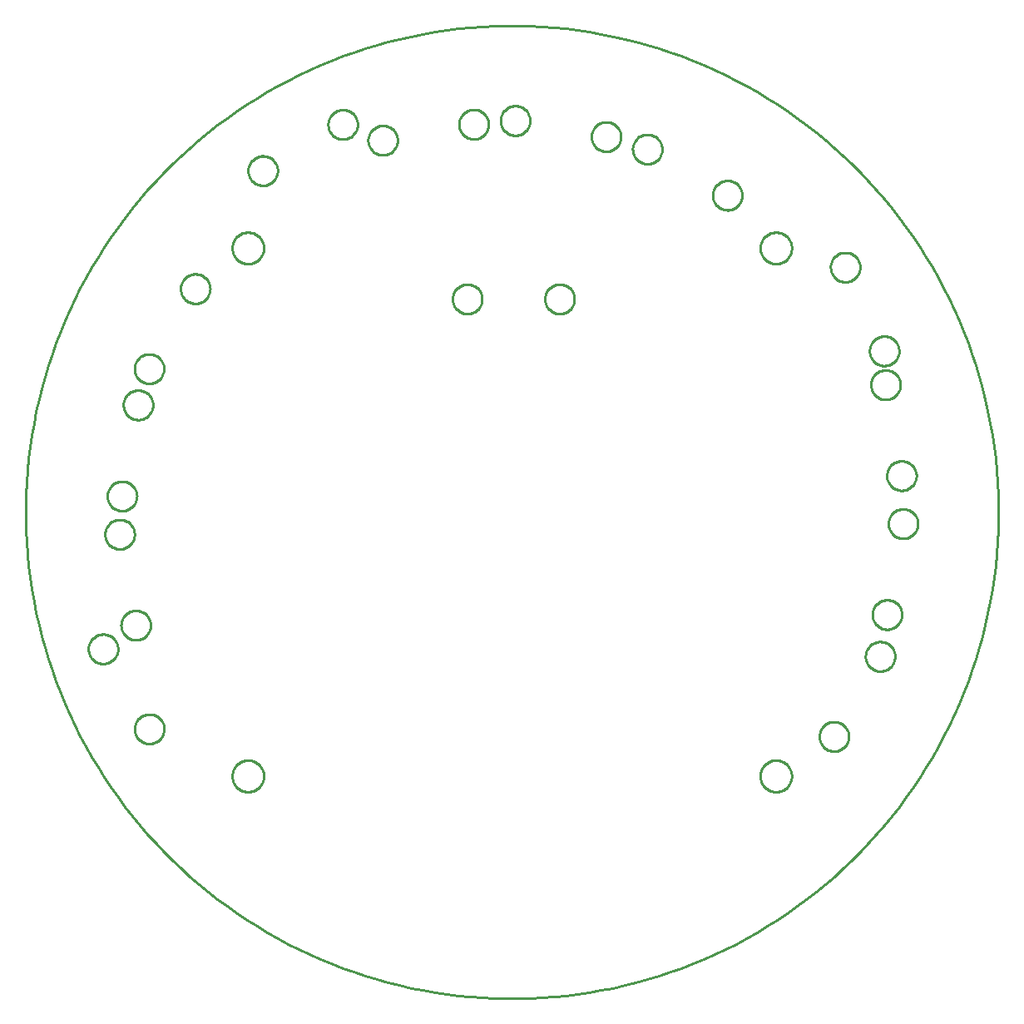
<source format=gbr>
G04 EAGLE Gerber RS-274X export*
G75*
%MOMM*%
%FSLAX34Y34*%
%LPD*%
%IN*%
%IPPOS*%
%AMOC8*
5,1,8,0,0,1.08239X$1,22.5*%
G01*
%ADD10C,0.254000*%


D10*
X495000Y-6075D02*
X495000Y6075D01*
X494702Y18221D01*
X494106Y30356D01*
X493212Y42473D01*
X492021Y54564D01*
X490534Y66622D01*
X488751Y78641D01*
X486674Y90612D01*
X484304Y102528D01*
X481642Y114382D01*
X478689Y126168D01*
X475449Y137878D01*
X471922Y149504D01*
X468111Y161041D01*
X464018Y172480D01*
X459645Y183816D01*
X454996Y195041D01*
X450072Y206148D01*
X444877Y217131D01*
X439415Y227984D01*
X433687Y238699D01*
X427699Y249270D01*
X421453Y259691D01*
X414952Y269956D01*
X408202Y280058D01*
X401207Y289992D01*
X393969Y299751D01*
X386494Y309329D01*
X378786Y318721D01*
X370850Y327921D01*
X362691Y336923D01*
X354313Y345722D01*
X345722Y354313D01*
X336923Y362691D01*
X327921Y370850D01*
X318721Y378786D01*
X309329Y386494D01*
X299751Y393969D01*
X289992Y401207D01*
X280058Y408202D01*
X269956Y414952D01*
X259691Y421453D01*
X249270Y427699D01*
X238699Y433687D01*
X227984Y439415D01*
X217131Y444877D01*
X206148Y450072D01*
X195041Y454996D01*
X183816Y459645D01*
X172480Y464018D01*
X161041Y468111D01*
X149504Y471922D01*
X137878Y475449D01*
X126168Y478689D01*
X114382Y481642D01*
X102528Y484304D01*
X90612Y486674D01*
X78641Y488751D01*
X66622Y490534D01*
X54564Y492021D01*
X42473Y493212D01*
X30356Y494106D01*
X18221Y494702D01*
X6075Y495000D01*
X-6075Y495000D01*
X-18221Y494702D01*
X-30356Y494106D01*
X-42473Y493212D01*
X-54564Y492021D01*
X-66622Y490534D01*
X-78641Y488751D01*
X-90612Y486674D01*
X-102528Y484304D01*
X-114382Y481642D01*
X-126168Y478689D01*
X-137878Y475449D01*
X-149504Y471922D01*
X-161041Y468111D01*
X-172480Y464018D01*
X-183816Y459645D01*
X-195041Y454996D01*
X-206148Y450072D01*
X-217131Y444877D01*
X-227984Y439415D01*
X-238699Y433687D01*
X-249270Y427699D01*
X-259691Y421453D01*
X-269956Y414952D01*
X-280058Y408202D01*
X-289992Y401207D01*
X-299751Y393969D01*
X-309329Y386494D01*
X-318721Y378786D01*
X-327921Y370850D01*
X-336923Y362691D01*
X-345722Y354313D01*
X-354313Y345722D01*
X-362691Y336923D01*
X-370850Y327921D01*
X-378786Y318721D01*
X-386494Y309329D01*
X-393969Y299751D01*
X-401207Y289992D01*
X-408202Y280058D01*
X-414952Y269956D01*
X-421453Y259691D01*
X-427699Y249270D01*
X-433687Y238699D01*
X-439415Y227984D01*
X-444877Y217131D01*
X-450072Y206148D01*
X-454996Y195041D01*
X-459645Y183816D01*
X-464018Y172480D01*
X-468111Y161041D01*
X-471922Y149504D01*
X-475449Y137878D01*
X-478689Y126168D01*
X-481642Y114382D01*
X-484304Y102528D01*
X-486674Y90612D01*
X-488751Y78641D01*
X-490534Y66622D01*
X-492021Y54564D01*
X-493212Y42473D01*
X-494106Y30356D01*
X-494702Y18221D01*
X-495000Y6075D01*
X-495000Y-6075D01*
X-494702Y-18221D01*
X-494106Y-30356D01*
X-493212Y-42473D01*
X-492021Y-54564D01*
X-490534Y-66622D01*
X-488751Y-78641D01*
X-486674Y-90612D01*
X-484304Y-102528D01*
X-481642Y-114382D01*
X-478689Y-126168D01*
X-475449Y-137878D01*
X-471922Y-149504D01*
X-468111Y-161041D01*
X-464018Y-172480D01*
X-459645Y-183816D01*
X-454996Y-195041D01*
X-450072Y-206148D01*
X-444877Y-217131D01*
X-439415Y-227984D01*
X-433687Y-238699D01*
X-427699Y-249270D01*
X-421453Y-259691D01*
X-414952Y-269956D01*
X-408202Y-280058D01*
X-401207Y-289992D01*
X-393969Y-299751D01*
X-386494Y-309329D01*
X-378786Y-318721D01*
X-370850Y-327921D01*
X-362691Y-336923D01*
X-354313Y-345722D01*
X-345722Y-354313D01*
X-336923Y-362691D01*
X-327921Y-370850D01*
X-318721Y-378786D01*
X-309329Y-386494D01*
X-299751Y-393969D01*
X-289992Y-401207D01*
X-280058Y-408202D01*
X-269956Y-414952D01*
X-259691Y-421453D01*
X-249270Y-427699D01*
X-238699Y-433687D01*
X-227984Y-439415D01*
X-217131Y-444877D01*
X-206148Y-450072D01*
X-195041Y-454996D01*
X-183816Y-459645D01*
X-172480Y-464018D01*
X-161041Y-468111D01*
X-149504Y-471922D01*
X-137878Y-475449D01*
X-126168Y-478689D01*
X-114382Y-481642D01*
X-102528Y-484304D01*
X-90612Y-486674D01*
X-78641Y-488751D01*
X-66622Y-490534D01*
X-54564Y-492021D01*
X-42473Y-493212D01*
X-30356Y-494106D01*
X-18221Y-494702D01*
X-6075Y-495000D01*
X6075Y-495000D01*
X18221Y-494702D01*
X30356Y-494106D01*
X42473Y-493212D01*
X54564Y-492021D01*
X66622Y-490534D01*
X78641Y-488751D01*
X90612Y-486674D01*
X102528Y-484304D01*
X114382Y-481642D01*
X126168Y-478689D01*
X137878Y-475449D01*
X149504Y-471922D01*
X161041Y-468111D01*
X172480Y-464018D01*
X183816Y-459645D01*
X195041Y-454996D01*
X206148Y-450072D01*
X217131Y-444877D01*
X227984Y-439415D01*
X238699Y-433687D01*
X249270Y-427699D01*
X259691Y-421453D01*
X269956Y-414952D01*
X280058Y-408202D01*
X289992Y-401207D01*
X299751Y-393969D01*
X309329Y-386494D01*
X318721Y-378786D01*
X327921Y-370850D01*
X336923Y-362691D01*
X345722Y-354313D01*
X354313Y-345722D01*
X362691Y-336923D01*
X370850Y-327921D01*
X378786Y-318721D01*
X386494Y-309329D01*
X393969Y-299751D01*
X401207Y-289992D01*
X408202Y-280058D01*
X414952Y-269956D01*
X421453Y-259691D01*
X427699Y-249270D01*
X433687Y-238699D01*
X439415Y-227984D01*
X444877Y-217131D01*
X450072Y-206148D01*
X454996Y-195041D01*
X459645Y-183816D01*
X464018Y-172480D01*
X468111Y-161041D01*
X471922Y-149504D01*
X475449Y-137878D01*
X478689Y-126168D01*
X481642Y-114382D01*
X484304Y-102528D01*
X486674Y-90612D01*
X488751Y-78641D01*
X490534Y-66622D01*
X492021Y-54564D01*
X493212Y-42473D01*
X494106Y-30356D01*
X494702Y-18221D01*
X495000Y-6075D01*
X284600Y-269224D02*
X284532Y-270269D01*
X284395Y-271308D01*
X284190Y-272335D01*
X283919Y-273347D01*
X283583Y-274339D01*
X283182Y-275307D01*
X282718Y-276246D01*
X282195Y-277154D01*
X281613Y-278025D01*
X280975Y-278856D01*
X280284Y-279643D01*
X279543Y-280384D01*
X278756Y-281075D01*
X277925Y-281713D01*
X277054Y-282295D01*
X276146Y-282818D01*
X275207Y-283282D01*
X274239Y-283683D01*
X273247Y-284019D01*
X272235Y-284290D01*
X271208Y-284495D01*
X270169Y-284632D01*
X269124Y-284700D01*
X268076Y-284700D01*
X267031Y-284632D01*
X265992Y-284495D01*
X264965Y-284290D01*
X263953Y-284019D01*
X262961Y-283683D01*
X261993Y-283282D01*
X261054Y-282818D01*
X260146Y-282295D01*
X259275Y-281713D01*
X258444Y-281075D01*
X257657Y-280384D01*
X256916Y-279643D01*
X256225Y-278856D01*
X255588Y-278025D01*
X255006Y-277154D01*
X254482Y-276246D01*
X254018Y-275307D01*
X253617Y-274339D01*
X253281Y-273347D01*
X253010Y-272335D01*
X252805Y-271308D01*
X252669Y-270269D01*
X252600Y-269224D01*
X252600Y-268176D01*
X252669Y-267131D01*
X252805Y-266092D01*
X253010Y-265065D01*
X253281Y-264053D01*
X253617Y-263061D01*
X254018Y-262093D01*
X254482Y-261154D01*
X255006Y-260246D01*
X255588Y-259375D01*
X256225Y-258544D01*
X256916Y-257757D01*
X257657Y-257016D01*
X258444Y-256325D01*
X259275Y-255688D01*
X260146Y-255106D01*
X261054Y-254582D01*
X261993Y-254118D01*
X262961Y-253717D01*
X263953Y-253381D01*
X264965Y-253110D01*
X265992Y-252905D01*
X267031Y-252769D01*
X268076Y-252700D01*
X269124Y-252700D01*
X270169Y-252769D01*
X271208Y-252905D01*
X272235Y-253110D01*
X273247Y-253381D01*
X274239Y-253717D01*
X275207Y-254118D01*
X276146Y-254582D01*
X277054Y-255106D01*
X277925Y-255688D01*
X278756Y-256325D01*
X279543Y-257016D01*
X280284Y-257757D01*
X280975Y-258544D01*
X281613Y-259375D01*
X282195Y-260246D01*
X282718Y-261154D01*
X283182Y-262093D01*
X283583Y-263061D01*
X283919Y-264053D01*
X284190Y-265065D01*
X284395Y-266092D01*
X284532Y-267131D01*
X284600Y-268176D01*
X284600Y-269224D01*
X-252700Y268176D02*
X-252769Y267131D01*
X-252905Y266092D01*
X-253110Y265065D01*
X-253381Y264053D01*
X-253717Y263061D01*
X-254118Y262093D01*
X-254582Y261154D01*
X-255106Y260246D01*
X-255688Y259375D01*
X-256325Y258544D01*
X-257016Y257757D01*
X-257757Y257016D01*
X-258544Y256325D01*
X-259375Y255688D01*
X-260246Y255106D01*
X-261154Y254582D01*
X-262093Y254118D01*
X-263061Y253717D01*
X-264053Y253381D01*
X-265065Y253110D01*
X-266092Y252905D01*
X-267131Y252769D01*
X-268176Y252700D01*
X-269224Y252700D01*
X-270269Y252769D01*
X-271308Y252905D01*
X-272335Y253110D01*
X-273347Y253381D01*
X-274339Y253717D01*
X-275307Y254118D01*
X-276246Y254582D01*
X-277154Y255106D01*
X-278025Y255688D01*
X-278856Y256325D01*
X-279643Y257016D01*
X-280384Y257757D01*
X-281075Y258544D01*
X-281713Y259375D01*
X-282295Y260246D01*
X-282818Y261154D01*
X-283282Y262093D01*
X-283683Y263061D01*
X-284019Y264053D01*
X-284290Y265065D01*
X-284495Y266092D01*
X-284632Y267131D01*
X-284700Y268176D01*
X-284700Y269224D01*
X-284632Y270269D01*
X-284495Y271308D01*
X-284290Y272335D01*
X-284019Y273347D01*
X-283683Y274339D01*
X-283282Y275307D01*
X-282818Y276246D01*
X-282295Y277154D01*
X-281713Y278025D01*
X-281075Y278856D01*
X-280384Y279643D01*
X-279643Y280384D01*
X-278856Y281075D01*
X-278025Y281713D01*
X-277154Y282295D01*
X-276246Y282818D01*
X-275307Y283282D01*
X-274339Y283683D01*
X-273347Y284019D01*
X-272335Y284290D01*
X-271308Y284495D01*
X-270269Y284632D01*
X-269224Y284700D01*
X-268176Y284700D01*
X-267131Y284632D01*
X-266092Y284495D01*
X-265065Y284290D01*
X-264053Y284019D01*
X-263061Y283683D01*
X-262093Y283282D01*
X-261154Y282818D01*
X-260246Y282295D01*
X-259375Y281713D01*
X-258544Y281075D01*
X-257757Y280384D01*
X-257016Y279643D01*
X-256325Y278856D01*
X-255688Y278025D01*
X-255106Y277154D01*
X-254582Y276246D01*
X-254118Y275307D01*
X-253717Y274339D01*
X-253381Y273347D01*
X-253110Y272335D01*
X-252905Y271308D01*
X-252769Y270269D01*
X-252700Y269224D01*
X-252700Y268176D01*
X-252700Y-269224D02*
X-252769Y-270269D01*
X-252905Y-271308D01*
X-253110Y-272335D01*
X-253381Y-273347D01*
X-253717Y-274339D01*
X-254118Y-275307D01*
X-254582Y-276246D01*
X-255106Y-277154D01*
X-255688Y-278025D01*
X-256325Y-278856D01*
X-257016Y-279643D01*
X-257757Y-280384D01*
X-258544Y-281075D01*
X-259375Y-281713D01*
X-260246Y-282295D01*
X-261154Y-282818D01*
X-262093Y-283282D01*
X-263061Y-283683D01*
X-264053Y-284019D01*
X-265065Y-284290D01*
X-266092Y-284495D01*
X-267131Y-284632D01*
X-268176Y-284700D01*
X-269224Y-284700D01*
X-270269Y-284632D01*
X-271308Y-284495D01*
X-272335Y-284290D01*
X-273347Y-284019D01*
X-274339Y-283683D01*
X-275307Y-283282D01*
X-276246Y-282818D01*
X-277154Y-282295D01*
X-278025Y-281713D01*
X-278856Y-281075D01*
X-279643Y-280384D01*
X-280384Y-279643D01*
X-281075Y-278856D01*
X-281713Y-278025D01*
X-282295Y-277154D01*
X-282818Y-276246D01*
X-283282Y-275307D01*
X-283683Y-274339D01*
X-284019Y-273347D01*
X-284290Y-272335D01*
X-284495Y-271308D01*
X-284632Y-270269D01*
X-284700Y-269224D01*
X-284700Y-268176D01*
X-284632Y-267131D01*
X-284495Y-266092D01*
X-284290Y-265065D01*
X-284019Y-264053D01*
X-283683Y-263061D01*
X-283282Y-262093D01*
X-282818Y-261154D01*
X-282295Y-260246D01*
X-281713Y-259375D01*
X-281075Y-258544D01*
X-280384Y-257757D01*
X-279643Y-257016D01*
X-278856Y-256325D01*
X-278025Y-255688D01*
X-277154Y-255106D01*
X-276246Y-254582D01*
X-275307Y-254118D01*
X-274339Y-253717D01*
X-273347Y-253381D01*
X-272335Y-253110D01*
X-271308Y-252905D01*
X-270269Y-252769D01*
X-269224Y-252700D01*
X-268176Y-252700D01*
X-267131Y-252769D01*
X-266092Y-252905D01*
X-265065Y-253110D01*
X-264053Y-253381D01*
X-263061Y-253717D01*
X-262093Y-254118D01*
X-261154Y-254582D01*
X-260246Y-255106D01*
X-259375Y-255688D01*
X-258544Y-256325D01*
X-257757Y-257016D01*
X-257016Y-257757D01*
X-256325Y-258544D01*
X-255688Y-259375D01*
X-255106Y-260246D01*
X-254582Y-261154D01*
X-254118Y-262093D01*
X-253717Y-263061D01*
X-253381Y-264053D01*
X-253110Y-265065D01*
X-252905Y-266092D01*
X-252769Y-267131D01*
X-252700Y-268176D01*
X-252700Y-269224D01*
X284700Y268176D02*
X284632Y267131D01*
X284495Y266092D01*
X284290Y265065D01*
X284019Y264053D01*
X283683Y263061D01*
X283282Y262093D01*
X282818Y261154D01*
X282295Y260246D01*
X281713Y259375D01*
X281075Y258544D01*
X280384Y257757D01*
X279643Y257016D01*
X278856Y256325D01*
X278025Y255688D01*
X277154Y255106D01*
X276246Y254582D01*
X275307Y254118D01*
X274339Y253717D01*
X273347Y253381D01*
X272335Y253110D01*
X271308Y252905D01*
X270269Y252769D01*
X269224Y252700D01*
X268176Y252700D01*
X267131Y252769D01*
X266092Y252905D01*
X265065Y253110D01*
X264053Y253381D01*
X263061Y253717D01*
X262093Y254118D01*
X261154Y254582D01*
X260246Y255106D01*
X259375Y255688D01*
X258544Y256325D01*
X257757Y257016D01*
X257016Y257757D01*
X256325Y258544D01*
X255688Y259375D01*
X255106Y260246D01*
X254582Y261154D01*
X254118Y262093D01*
X253717Y263061D01*
X253381Y264053D01*
X253110Y265065D01*
X252905Y266092D01*
X252769Y267131D01*
X252700Y268176D01*
X252700Y269224D01*
X252769Y270269D01*
X252905Y271308D01*
X253110Y272335D01*
X253381Y273347D01*
X253717Y274339D01*
X254118Y275307D01*
X254582Y276246D01*
X255106Y277154D01*
X255688Y278025D01*
X256325Y278856D01*
X257016Y279643D01*
X257757Y280384D01*
X258544Y281075D01*
X259375Y281713D01*
X260246Y282295D01*
X261154Y282818D01*
X262093Y283282D01*
X263061Y283683D01*
X264053Y284019D01*
X265065Y284290D01*
X266092Y284495D01*
X267131Y284632D01*
X268176Y284700D01*
X269224Y284700D01*
X270269Y284632D01*
X271308Y284495D01*
X272335Y284290D01*
X273347Y284019D01*
X274339Y283683D01*
X275307Y283282D01*
X276246Y282818D01*
X277154Y282295D01*
X278025Y281713D01*
X278856Y281075D01*
X279643Y280384D01*
X280384Y279643D01*
X281075Y278856D01*
X281713Y278025D01*
X282295Y277154D01*
X282818Y276246D01*
X283282Y275307D01*
X283683Y274339D01*
X284019Y273347D01*
X284290Y272335D01*
X284495Y271308D01*
X284632Y270269D01*
X284700Y269224D01*
X284700Y268176D01*
X63488Y217382D02*
X63411Y218450D01*
X63259Y219511D01*
X63031Y220558D01*
X62729Y221586D01*
X62355Y222590D01*
X61909Y223565D01*
X61396Y224505D01*
X60817Y225406D01*
X60175Y226264D01*
X59473Y227074D01*
X58715Y227831D01*
X57906Y228533D01*
X57048Y229175D01*
X56146Y229754D01*
X55206Y230268D01*
X54231Y230713D01*
X53228Y231087D01*
X52199Y231389D01*
X51153Y231617D01*
X50092Y231770D01*
X49023Y231846D01*
X47952Y231846D01*
X46883Y231770D01*
X45823Y231617D01*
X44776Y231389D01*
X43748Y231087D01*
X42744Y230713D01*
X41769Y230268D01*
X40829Y229754D01*
X39927Y229175D01*
X39069Y228533D01*
X38260Y227831D01*
X37502Y227074D01*
X36800Y226264D01*
X36158Y225406D01*
X35579Y224505D01*
X35066Y223565D01*
X34620Y222590D01*
X34246Y221586D01*
X33944Y220558D01*
X33716Y219511D01*
X33564Y218450D01*
X33488Y217382D01*
X33488Y216310D01*
X33564Y215242D01*
X33716Y214181D01*
X33944Y213134D01*
X34246Y212106D01*
X34620Y211102D01*
X35066Y210127D01*
X35579Y209187D01*
X36158Y208286D01*
X36800Y207428D01*
X37502Y206618D01*
X38260Y205861D01*
X39069Y205159D01*
X39927Y204517D01*
X40829Y203938D01*
X41769Y203424D01*
X42744Y202979D01*
X43748Y202605D01*
X44776Y202303D01*
X45823Y202075D01*
X46883Y201922D01*
X47952Y201846D01*
X49023Y201846D01*
X50092Y201922D01*
X51153Y202075D01*
X52199Y202303D01*
X53228Y202605D01*
X54231Y202979D01*
X55206Y203424D01*
X56146Y203938D01*
X57048Y204517D01*
X57906Y205159D01*
X58715Y205861D01*
X59473Y206618D01*
X60175Y207428D01*
X60817Y208286D01*
X61396Y209187D01*
X61909Y210127D01*
X62355Y211102D01*
X62729Y212106D01*
X63031Y213134D01*
X63259Y214181D01*
X63411Y215242D01*
X63488Y216310D01*
X63488Y217382D01*
X-30513Y217382D02*
X-30589Y218450D01*
X-30741Y219511D01*
X-30969Y220558D01*
X-31271Y221586D01*
X-31645Y222590D01*
X-32091Y223565D01*
X-32604Y224505D01*
X-33183Y225406D01*
X-33825Y226264D01*
X-34527Y227074D01*
X-35285Y227831D01*
X-36094Y228533D01*
X-36952Y229175D01*
X-37854Y229754D01*
X-38794Y230268D01*
X-39769Y230713D01*
X-40773Y231087D01*
X-41801Y231389D01*
X-42848Y231617D01*
X-43908Y231770D01*
X-44977Y231846D01*
X-46048Y231846D01*
X-47117Y231770D01*
X-48178Y231617D01*
X-49224Y231389D01*
X-50253Y231087D01*
X-51256Y230713D01*
X-52231Y230268D01*
X-53171Y229754D01*
X-54073Y229175D01*
X-54931Y228533D01*
X-55740Y227831D01*
X-56498Y227074D01*
X-57200Y226264D01*
X-57842Y225406D01*
X-58421Y224505D01*
X-58934Y223565D01*
X-59380Y222590D01*
X-59754Y221586D01*
X-60056Y220558D01*
X-60284Y219511D01*
X-60436Y218450D01*
X-60513Y217382D01*
X-60513Y216310D01*
X-60436Y215242D01*
X-60284Y214181D01*
X-60056Y213134D01*
X-59754Y212106D01*
X-59380Y211102D01*
X-58934Y210127D01*
X-58421Y209187D01*
X-57842Y208286D01*
X-57200Y207428D01*
X-56498Y206618D01*
X-55740Y205861D01*
X-54931Y205159D01*
X-54073Y204517D01*
X-53171Y203938D01*
X-52231Y203424D01*
X-51256Y202979D01*
X-50253Y202605D01*
X-49224Y202303D01*
X-48178Y202075D01*
X-47117Y201922D01*
X-46048Y201846D01*
X-44977Y201846D01*
X-43908Y201922D01*
X-42848Y202075D01*
X-41801Y202303D01*
X-40773Y202605D01*
X-39769Y202979D01*
X-38794Y203424D01*
X-37854Y203938D01*
X-36952Y204517D01*
X-36094Y205159D01*
X-35285Y205861D01*
X-34527Y206618D01*
X-33825Y207428D01*
X-33183Y208286D01*
X-32604Y209187D01*
X-32091Y210127D01*
X-31645Y211102D01*
X-31271Y212106D01*
X-30969Y213134D01*
X-30741Y214181D01*
X-30589Y215242D01*
X-30513Y216310D01*
X-30513Y217382D01*
X382732Y-134264D02*
X383619Y-134865D01*
X384462Y-135527D01*
X385254Y-136248D01*
X385994Y-137023D01*
X386676Y-137850D01*
X387297Y-138722D01*
X387855Y-139637D01*
X388346Y-140590D01*
X388768Y-141575D01*
X389118Y-142587D01*
X389396Y-143622D01*
X389598Y-144674D01*
X389726Y-145738D01*
X389777Y-146808D01*
X389751Y-147879D01*
X389649Y-148946D01*
X389471Y-150003D01*
X389219Y-151044D01*
X388893Y-152064D01*
X388494Y-153059D01*
X388026Y-154023D01*
X387491Y-154951D01*
X386890Y-155838D01*
X386228Y-156680D01*
X385507Y-157473D01*
X384731Y-158213D01*
X383905Y-158895D01*
X383032Y-159516D01*
X382118Y-160074D01*
X381165Y-160565D01*
X380180Y-160987D01*
X379168Y-161337D01*
X378133Y-161614D01*
X377081Y-161817D01*
X376017Y-161944D01*
X374947Y-161995D01*
X373875Y-161970D01*
X372809Y-161868D01*
X371752Y-161690D01*
X370711Y-161438D01*
X369690Y-161111D01*
X368696Y-160713D01*
X367732Y-160245D01*
X366804Y-159709D01*
X365917Y-159109D01*
X365075Y-158446D01*
X364282Y-157726D01*
X363542Y-156950D01*
X362860Y-156124D01*
X362239Y-155251D01*
X361681Y-154336D01*
X361190Y-153384D01*
X360768Y-152399D01*
X360418Y-151387D01*
X360140Y-150352D01*
X359938Y-149300D01*
X359811Y-148236D01*
X359760Y-147165D01*
X359785Y-146094D01*
X359887Y-145028D01*
X360065Y-143971D01*
X360317Y-142930D01*
X360643Y-141909D01*
X361042Y-140915D01*
X361510Y-139951D01*
X362045Y-139023D01*
X362646Y-138136D01*
X363308Y-137293D01*
X364029Y-136500D01*
X364805Y-135761D01*
X365631Y-135079D01*
X366504Y-134457D01*
X367418Y-133900D01*
X368371Y-133409D01*
X369356Y-132987D01*
X370368Y-132637D01*
X371403Y-132359D01*
X372455Y-132156D01*
X373519Y-132029D01*
X374589Y-131978D01*
X375661Y-132004D01*
X376727Y-132106D01*
X377784Y-132283D01*
X378825Y-132536D01*
X379846Y-132862D01*
X380840Y-133260D01*
X381804Y-133729D01*
X382732Y-134264D01*
X335732Y-215671D02*
X336619Y-216271D01*
X337462Y-216934D01*
X338254Y-217654D01*
X338994Y-218430D01*
X339676Y-219256D01*
X340297Y-220129D01*
X340855Y-221044D01*
X341346Y-221996D01*
X341768Y-222981D01*
X342118Y-223993D01*
X342396Y-225028D01*
X342598Y-226080D01*
X342726Y-227144D01*
X342777Y-228215D01*
X342751Y-229286D01*
X342649Y-230352D01*
X342471Y-231409D01*
X342219Y-232450D01*
X341893Y-233471D01*
X341494Y-234465D01*
X341026Y-235429D01*
X340491Y-236357D01*
X339890Y-237244D01*
X339228Y-238087D01*
X338507Y-238880D01*
X337731Y-239619D01*
X336905Y-240301D01*
X336032Y-240923D01*
X335118Y-241480D01*
X334165Y-241971D01*
X333180Y-242393D01*
X332168Y-242743D01*
X331133Y-243021D01*
X330081Y-243224D01*
X329017Y-243351D01*
X327947Y-243402D01*
X326875Y-243376D01*
X325809Y-243274D01*
X324752Y-243097D01*
X323711Y-242844D01*
X322690Y-242518D01*
X321696Y-242120D01*
X320732Y-241651D01*
X319804Y-241116D01*
X318917Y-240515D01*
X318075Y-239853D01*
X317282Y-239132D01*
X316542Y-238357D01*
X315860Y-237530D01*
X315239Y-236658D01*
X314681Y-235743D01*
X314190Y-234790D01*
X313768Y-233805D01*
X313418Y-232793D01*
X313140Y-231758D01*
X312938Y-230706D01*
X312811Y-229642D01*
X312760Y-228572D01*
X312785Y-227501D01*
X312887Y-226434D01*
X313065Y-225377D01*
X313317Y-224336D01*
X313643Y-223316D01*
X314042Y-222321D01*
X314510Y-221357D01*
X315045Y-220429D01*
X315646Y-219542D01*
X316308Y-218700D01*
X317029Y-217907D01*
X317805Y-217167D01*
X318631Y-216485D01*
X319504Y-215864D01*
X320418Y-215306D01*
X321371Y-214815D01*
X322356Y-214393D01*
X323368Y-214043D01*
X324403Y-213766D01*
X325455Y-213563D01*
X326519Y-213436D01*
X327589Y-213385D01*
X328661Y-213410D01*
X329727Y-213512D01*
X330784Y-213690D01*
X331825Y-213942D01*
X332846Y-214269D01*
X333840Y-214667D01*
X334804Y-215135D01*
X335732Y-215671D01*
X401282Y2812D02*
X402321Y2551D01*
X403339Y2216D01*
X404330Y1810D01*
X405290Y1335D01*
X406214Y791D01*
X407097Y184D01*
X407933Y-485D01*
X408721Y-1212D01*
X409454Y-1993D01*
X410129Y-2825D01*
X410744Y-3703D01*
X411294Y-4622D01*
X411778Y-5578D01*
X412192Y-6566D01*
X412534Y-7582D01*
X412803Y-8619D01*
X412998Y-9673D01*
X413116Y-10737D01*
X413159Y-11808D01*
X413125Y-12879D01*
X413015Y-13945D01*
X412828Y-15000D01*
X412568Y-16039D01*
X412233Y-17057D01*
X411827Y-18048D01*
X411351Y-19008D01*
X410808Y-19932D01*
X410201Y-20815D01*
X409532Y-21652D01*
X408805Y-22439D01*
X408023Y-23172D01*
X407192Y-23847D01*
X406314Y-24462D01*
X405395Y-25012D01*
X404439Y-25496D01*
X403450Y-25910D01*
X402435Y-26252D01*
X401398Y-26521D01*
X400344Y-26716D01*
X399280Y-26834D01*
X398209Y-26877D01*
X397138Y-26843D01*
X396072Y-26733D01*
X395017Y-26547D01*
X393978Y-26286D01*
X392960Y-25951D01*
X391968Y-25545D01*
X391008Y-25070D01*
X390085Y-24526D01*
X389202Y-23919D01*
X388365Y-23250D01*
X387578Y-22523D01*
X386845Y-21742D01*
X386169Y-20910D01*
X385555Y-20032D01*
X385004Y-19113D01*
X384521Y-18157D01*
X384107Y-17169D01*
X383765Y-16153D01*
X383496Y-15116D01*
X383301Y-14062D01*
X383182Y-12998D01*
X383140Y-11927D01*
X383174Y-10856D01*
X383284Y-9790D01*
X383470Y-8735D01*
X383731Y-7696D01*
X384065Y-6678D01*
X384472Y-5686D01*
X384947Y-4726D01*
X385490Y-3803D01*
X386098Y-2920D01*
X386767Y-2083D01*
X387494Y-1296D01*
X388275Y-563D01*
X389107Y113D01*
X389985Y727D01*
X390904Y1277D01*
X391860Y1761D01*
X392848Y2175D01*
X393864Y2517D01*
X394901Y2786D01*
X395954Y2981D01*
X397019Y3099D01*
X398090Y3142D01*
X399161Y3108D01*
X400227Y2998D01*
X401282Y2812D01*
X384959Y-89760D02*
X385998Y-90021D01*
X387016Y-90356D01*
X388007Y-90762D01*
X388967Y-91237D01*
X389891Y-91780D01*
X390774Y-92388D01*
X391611Y-93057D01*
X392398Y-93784D01*
X393131Y-94565D01*
X393806Y-95397D01*
X394421Y-96275D01*
X394971Y-97194D01*
X395455Y-98150D01*
X395869Y-99138D01*
X396211Y-100154D01*
X396480Y-101191D01*
X396675Y-102244D01*
X396793Y-103309D01*
X396836Y-104380D01*
X396802Y-105451D01*
X396692Y-106517D01*
X396506Y-107572D01*
X396245Y-108611D01*
X395910Y-109629D01*
X395504Y-110620D01*
X395028Y-111580D01*
X394485Y-112504D01*
X393878Y-113387D01*
X393209Y-114224D01*
X392482Y-115011D01*
X391701Y-115744D01*
X390869Y-116419D01*
X389991Y-117034D01*
X389072Y-117584D01*
X388116Y-118068D01*
X387127Y-118482D01*
X386112Y-118824D01*
X385075Y-119093D01*
X384021Y-119288D01*
X382957Y-119406D01*
X381886Y-119449D01*
X380815Y-119415D01*
X379749Y-119305D01*
X378694Y-119119D01*
X377655Y-118858D01*
X376637Y-118523D01*
X375645Y-118117D01*
X374685Y-117641D01*
X373762Y-117098D01*
X372879Y-116491D01*
X372042Y-115822D01*
X371255Y-115095D01*
X370522Y-114314D01*
X369846Y-113482D01*
X369232Y-112604D01*
X368682Y-111685D01*
X368198Y-110729D01*
X367784Y-109740D01*
X367442Y-108725D01*
X367173Y-107688D01*
X366978Y-106634D01*
X366859Y-105570D01*
X366817Y-104499D01*
X366851Y-103428D01*
X366961Y-102362D01*
X367147Y-101307D01*
X367408Y-100268D01*
X367743Y-99250D01*
X368149Y-98258D01*
X368624Y-97298D01*
X369167Y-96375D01*
X369775Y-95492D01*
X370444Y-94655D01*
X371171Y-93868D01*
X371952Y-93135D01*
X372784Y-92459D01*
X373662Y-91845D01*
X374581Y-91294D01*
X375537Y-90811D01*
X376525Y-90397D01*
X377541Y-90055D01*
X378578Y-89786D01*
X379631Y-89591D01*
X380696Y-89472D01*
X381767Y-89430D01*
X382838Y-89464D01*
X383904Y-89574D01*
X384959Y-89760D01*
X378159Y144395D02*
X379225Y144505D01*
X380296Y144539D01*
X381367Y144496D01*
X382431Y144378D01*
X383485Y144183D01*
X384522Y143914D01*
X385537Y143572D01*
X386526Y143158D01*
X387482Y142674D01*
X388401Y142124D01*
X389279Y141509D01*
X390111Y140834D01*
X390892Y140101D01*
X391619Y139314D01*
X392288Y138477D01*
X392895Y137594D01*
X393438Y136670D01*
X393914Y135710D01*
X394320Y134719D01*
X394655Y133701D01*
X394916Y132662D01*
X395102Y131607D01*
X395212Y130541D01*
X395246Y129470D01*
X395203Y128399D01*
X395085Y127334D01*
X394890Y126281D01*
X394621Y125244D01*
X394279Y124228D01*
X393865Y123240D01*
X393381Y122284D01*
X392831Y121365D01*
X392216Y120487D01*
X391541Y119655D01*
X390808Y118874D01*
X390021Y118147D01*
X389184Y117478D01*
X388301Y116870D01*
X387377Y116327D01*
X386417Y115852D01*
X385426Y115446D01*
X384408Y115111D01*
X383369Y114850D01*
X382314Y114664D01*
X381248Y114554D01*
X380177Y114520D01*
X379106Y114562D01*
X378041Y114681D01*
X376988Y114876D01*
X375951Y115145D01*
X374935Y115487D01*
X373947Y115901D01*
X372991Y116384D01*
X372072Y116935D01*
X371194Y117549D01*
X370362Y118225D01*
X369581Y118958D01*
X368854Y119745D01*
X368185Y120582D01*
X367577Y121465D01*
X367034Y122388D01*
X366559Y123348D01*
X366153Y124340D01*
X365818Y125358D01*
X365557Y126397D01*
X365371Y127452D01*
X365261Y128518D01*
X365227Y129589D01*
X365269Y130660D01*
X365388Y131724D01*
X365583Y132778D01*
X365852Y133815D01*
X366194Y134830D01*
X366608Y135819D01*
X367092Y136775D01*
X367642Y137694D01*
X368256Y138572D01*
X368932Y139404D01*
X369665Y140185D01*
X370452Y140912D01*
X371289Y141581D01*
X372172Y142188D01*
X373095Y142731D01*
X374055Y143207D01*
X375047Y143613D01*
X376065Y143948D01*
X377104Y144209D01*
X378159Y144395D01*
X394482Y51823D02*
X395548Y51933D01*
X396619Y51967D01*
X397690Y51924D01*
X398754Y51806D01*
X399808Y51611D01*
X400845Y51342D01*
X401860Y51000D01*
X402849Y50586D01*
X403805Y50102D01*
X404724Y49552D01*
X405602Y48937D01*
X406433Y48262D01*
X407215Y47529D01*
X407942Y46742D01*
X408611Y45905D01*
X409218Y45022D01*
X409761Y44098D01*
X410237Y43138D01*
X410643Y42147D01*
X410978Y41129D01*
X411238Y40090D01*
X411425Y39035D01*
X411535Y37969D01*
X411569Y36898D01*
X411526Y35827D01*
X411408Y34763D01*
X411213Y33709D01*
X410944Y32672D01*
X410602Y31656D01*
X410188Y30668D01*
X409704Y29712D01*
X409154Y28793D01*
X408539Y27915D01*
X407864Y27083D01*
X407131Y26302D01*
X406343Y25575D01*
X405507Y24906D01*
X404624Y24299D01*
X403700Y23755D01*
X402740Y23280D01*
X401749Y22874D01*
X400731Y22539D01*
X399692Y22278D01*
X398637Y22092D01*
X397571Y21982D01*
X396500Y21948D01*
X395429Y21991D01*
X394364Y22109D01*
X393311Y22304D01*
X392274Y22573D01*
X391258Y22915D01*
X390270Y23329D01*
X389314Y23813D01*
X388395Y24363D01*
X387517Y24977D01*
X386685Y25653D01*
X385904Y26386D01*
X385177Y27173D01*
X384508Y28010D01*
X383900Y28893D01*
X383357Y29816D01*
X382882Y30776D01*
X382475Y31768D01*
X382141Y32786D01*
X381880Y33825D01*
X381694Y34880D01*
X381584Y35946D01*
X381550Y37017D01*
X381592Y38088D01*
X381711Y39152D01*
X381906Y40206D01*
X382175Y41243D01*
X382517Y42259D01*
X382931Y43247D01*
X383414Y44203D01*
X383965Y45122D01*
X384579Y46000D01*
X385255Y46832D01*
X385988Y47613D01*
X386775Y48340D01*
X387612Y49009D01*
X388495Y49616D01*
X389418Y50160D01*
X390378Y50635D01*
X391370Y51041D01*
X392388Y51376D01*
X393427Y51637D01*
X394482Y51823D01*
X125054Y377332D02*
X125655Y378219D01*
X126317Y379062D01*
X127038Y379854D01*
X127813Y380594D01*
X128640Y381276D01*
X129512Y381897D01*
X130427Y382455D01*
X131380Y382946D01*
X132365Y383368D01*
X133377Y383718D01*
X134412Y383996D01*
X135464Y384198D01*
X136528Y384326D01*
X137598Y384377D01*
X138669Y384351D01*
X139736Y384249D01*
X140793Y384071D01*
X141834Y383819D01*
X142854Y383493D01*
X143849Y383094D01*
X144813Y382626D01*
X145741Y382091D01*
X146628Y381490D01*
X147470Y380828D01*
X148263Y380107D01*
X149003Y379331D01*
X149685Y378505D01*
X150306Y377632D01*
X150864Y376718D01*
X151355Y375765D01*
X151777Y374780D01*
X152127Y373768D01*
X152404Y372733D01*
X152607Y371681D01*
X152734Y370617D01*
X152785Y369547D01*
X152760Y368475D01*
X152658Y367409D01*
X152480Y366352D01*
X152228Y365311D01*
X151901Y364290D01*
X151503Y363296D01*
X151035Y362332D01*
X150499Y361404D01*
X149899Y360517D01*
X149236Y359675D01*
X148516Y358882D01*
X147740Y358142D01*
X146914Y357460D01*
X146041Y356839D01*
X145126Y356281D01*
X144174Y355790D01*
X143189Y355368D01*
X142177Y355018D01*
X141142Y354740D01*
X140090Y354538D01*
X139026Y354411D01*
X137955Y354360D01*
X136884Y354385D01*
X135818Y354487D01*
X134761Y354665D01*
X133720Y354917D01*
X132699Y355243D01*
X131705Y355642D01*
X130741Y356110D01*
X129813Y356645D01*
X128926Y357246D01*
X128083Y357908D01*
X127290Y358629D01*
X126551Y359405D01*
X125869Y360231D01*
X125247Y361104D01*
X124690Y362018D01*
X124199Y362971D01*
X123777Y363956D01*
X123427Y364968D01*
X123149Y366003D01*
X122946Y367055D01*
X122819Y368119D01*
X122768Y369189D01*
X122794Y370261D01*
X122896Y371327D01*
X123073Y372384D01*
X123326Y373425D01*
X123652Y374446D01*
X124050Y375440D01*
X124519Y376404D01*
X125054Y377332D01*
X206461Y330332D02*
X207061Y331219D01*
X207724Y332062D01*
X208444Y332854D01*
X209220Y333594D01*
X210046Y334276D01*
X210919Y334897D01*
X211834Y335455D01*
X212786Y335946D01*
X213771Y336368D01*
X214783Y336718D01*
X215818Y336996D01*
X216870Y337198D01*
X217934Y337326D01*
X219005Y337377D01*
X220076Y337351D01*
X221142Y337249D01*
X222199Y337071D01*
X223240Y336819D01*
X224261Y336493D01*
X225255Y336094D01*
X226219Y335626D01*
X227147Y335091D01*
X228034Y334490D01*
X228877Y333828D01*
X229670Y333107D01*
X230409Y332331D01*
X231091Y331505D01*
X231713Y330632D01*
X232270Y329718D01*
X232761Y328765D01*
X233183Y327780D01*
X233533Y326768D01*
X233811Y325733D01*
X234014Y324681D01*
X234141Y323617D01*
X234192Y322547D01*
X234166Y321475D01*
X234064Y320409D01*
X233887Y319352D01*
X233634Y318311D01*
X233308Y317290D01*
X232910Y316296D01*
X232441Y315332D01*
X231906Y314404D01*
X231305Y313517D01*
X230643Y312675D01*
X229922Y311882D01*
X229147Y311142D01*
X228320Y310460D01*
X227448Y309839D01*
X226533Y309281D01*
X225580Y308790D01*
X224595Y308368D01*
X223583Y308018D01*
X222548Y307740D01*
X221496Y307538D01*
X220432Y307411D01*
X219362Y307360D01*
X218291Y307385D01*
X217224Y307487D01*
X216167Y307665D01*
X215126Y307917D01*
X214106Y308243D01*
X213111Y308642D01*
X212147Y309110D01*
X211219Y309645D01*
X210332Y310246D01*
X209490Y310908D01*
X208697Y311629D01*
X207957Y312405D01*
X207275Y313231D01*
X206654Y314104D01*
X206096Y315018D01*
X205605Y315971D01*
X205183Y316956D01*
X204833Y317968D01*
X204556Y319003D01*
X204353Y320055D01*
X204226Y321119D01*
X204175Y322189D01*
X204200Y323261D01*
X204302Y324327D01*
X204480Y325384D01*
X204732Y326425D01*
X205059Y327446D01*
X205457Y328440D01*
X205925Y329404D01*
X206461Y330332D01*
X-158910Y401468D02*
X-158441Y400504D01*
X-158043Y399510D01*
X-157717Y398489D01*
X-157464Y397448D01*
X-157287Y396391D01*
X-157185Y395325D01*
X-157159Y394253D01*
X-157210Y393183D01*
X-157337Y392119D01*
X-157540Y391067D01*
X-157818Y390032D01*
X-158168Y389020D01*
X-158590Y388035D01*
X-159081Y387082D01*
X-159638Y386168D01*
X-160260Y385295D01*
X-160942Y384469D01*
X-161681Y383693D01*
X-162474Y382972D01*
X-163317Y382310D01*
X-164204Y381709D01*
X-165132Y381174D01*
X-166096Y380706D01*
X-167090Y380307D01*
X-168111Y379981D01*
X-169152Y379729D01*
X-170209Y379551D01*
X-171275Y379449D01*
X-172346Y379423D01*
X-173417Y379474D01*
X-174481Y379602D01*
X-175533Y379804D01*
X-176568Y380082D01*
X-177580Y380432D01*
X-178565Y380854D01*
X-179517Y381345D01*
X-180432Y381903D01*
X-181305Y382524D01*
X-182131Y383206D01*
X-182907Y383946D01*
X-183627Y384738D01*
X-184290Y385581D01*
X-184890Y386468D01*
X-185426Y387396D01*
X-185894Y388360D01*
X-186292Y389354D01*
X-186619Y390375D01*
X-186871Y391416D01*
X-187049Y392473D01*
X-187151Y393539D01*
X-187176Y394611D01*
X-187125Y395681D01*
X-186998Y396745D01*
X-186795Y397797D01*
X-186518Y398832D01*
X-186168Y399844D01*
X-185746Y400829D01*
X-185255Y401782D01*
X-184697Y402696D01*
X-184076Y403569D01*
X-183394Y404395D01*
X-182654Y405171D01*
X-181861Y405892D01*
X-181019Y406554D01*
X-180132Y407155D01*
X-179204Y407690D01*
X-178240Y408158D01*
X-177245Y408557D01*
X-176225Y408883D01*
X-175184Y409135D01*
X-174127Y409313D01*
X-173060Y409415D01*
X-171989Y409440D01*
X-170919Y409389D01*
X-169855Y409262D01*
X-168803Y409060D01*
X-167768Y408782D01*
X-166756Y408432D01*
X-165771Y408010D01*
X-164818Y407519D01*
X-163903Y406961D01*
X-163031Y406340D01*
X-162204Y405658D01*
X-161429Y404918D01*
X-160708Y404125D01*
X-160046Y403283D01*
X-159445Y402396D01*
X-158910Y401468D01*
X-240316Y354468D02*
X-239848Y353504D01*
X-239450Y352510D01*
X-239123Y351489D01*
X-238871Y350448D01*
X-238693Y349391D01*
X-238591Y348325D01*
X-238566Y347253D01*
X-238617Y346183D01*
X-238744Y345119D01*
X-238947Y344067D01*
X-239224Y343032D01*
X-239574Y342020D01*
X-239996Y341035D01*
X-240487Y340082D01*
X-241045Y339168D01*
X-241666Y338295D01*
X-242348Y337469D01*
X-243088Y336693D01*
X-243881Y335972D01*
X-244723Y335310D01*
X-245610Y334709D01*
X-246538Y334174D01*
X-247502Y333706D01*
X-248497Y333307D01*
X-249517Y332981D01*
X-250558Y332729D01*
X-251615Y332551D01*
X-252682Y332449D01*
X-253753Y332423D01*
X-254823Y332474D01*
X-255887Y332602D01*
X-256939Y332804D01*
X-257974Y333082D01*
X-258986Y333432D01*
X-259971Y333854D01*
X-260924Y334345D01*
X-261839Y334903D01*
X-262711Y335524D01*
X-263538Y336206D01*
X-264313Y336946D01*
X-265034Y337738D01*
X-265696Y338581D01*
X-266297Y339468D01*
X-266832Y340396D01*
X-267301Y341360D01*
X-267699Y342354D01*
X-268025Y343375D01*
X-268278Y344416D01*
X-268455Y345473D01*
X-268557Y346539D01*
X-268583Y347611D01*
X-268532Y348681D01*
X-268405Y349745D01*
X-268202Y350797D01*
X-267924Y351832D01*
X-267574Y352844D01*
X-267152Y353829D01*
X-266661Y354782D01*
X-266104Y355696D01*
X-265482Y356569D01*
X-264800Y357395D01*
X-264061Y358171D01*
X-263268Y358892D01*
X-262425Y359554D01*
X-261538Y360155D01*
X-260610Y360690D01*
X-259646Y361158D01*
X-258652Y361557D01*
X-257631Y361883D01*
X-256590Y362135D01*
X-255533Y362313D01*
X-254467Y362415D01*
X-253396Y362440D01*
X-252325Y362389D01*
X-251261Y362262D01*
X-250209Y362060D01*
X-249174Y361782D01*
X-248162Y361432D01*
X-247177Y361010D01*
X-246225Y360519D01*
X-245310Y359961D01*
X-244437Y359340D01*
X-243611Y358658D01*
X-242835Y357918D01*
X-242115Y357125D01*
X-241452Y356283D01*
X-240852Y355396D01*
X-240316Y354468D01*
X-11382Y401532D02*
X-11121Y402571D01*
X-10786Y403589D01*
X-10380Y404580D01*
X-9905Y405540D01*
X-9361Y406464D01*
X-8754Y407347D01*
X-8085Y408183D01*
X-7358Y408971D01*
X-6577Y409704D01*
X-5745Y410379D01*
X-4867Y410994D01*
X-3948Y411544D01*
X-2992Y412028D01*
X-2004Y412442D01*
X-988Y412784D01*
X49Y413053D01*
X1103Y413248D01*
X2167Y413366D01*
X3238Y413409D01*
X4309Y413375D01*
X5375Y413265D01*
X6430Y413078D01*
X7469Y412818D01*
X8487Y412483D01*
X9478Y412077D01*
X10438Y411601D01*
X11362Y411058D01*
X12245Y410451D01*
X13082Y409782D01*
X13869Y409055D01*
X14602Y408273D01*
X15277Y407442D01*
X15892Y406564D01*
X16442Y405645D01*
X16926Y404689D01*
X17340Y403700D01*
X17682Y402685D01*
X17951Y401648D01*
X18146Y400594D01*
X18264Y399530D01*
X18307Y398459D01*
X18273Y397388D01*
X18163Y396322D01*
X17977Y395267D01*
X17716Y394228D01*
X17381Y393210D01*
X16975Y392218D01*
X16500Y391258D01*
X15956Y390335D01*
X15349Y389452D01*
X14680Y388615D01*
X13953Y387828D01*
X13172Y387095D01*
X12340Y386419D01*
X11462Y385805D01*
X10543Y385254D01*
X9587Y384771D01*
X8599Y384357D01*
X7583Y384015D01*
X6546Y383746D01*
X5492Y383551D01*
X4428Y383432D01*
X3357Y383390D01*
X2286Y383424D01*
X1220Y383534D01*
X165Y383720D01*
X-874Y383981D01*
X-1892Y384315D01*
X-2884Y384722D01*
X-3844Y385197D01*
X-4767Y385740D01*
X-5650Y386348D01*
X-6487Y387017D01*
X-7274Y387744D01*
X-8007Y388525D01*
X-8683Y389357D01*
X-9297Y390235D01*
X-9847Y391154D01*
X-10331Y392110D01*
X-10745Y393098D01*
X-11087Y394114D01*
X-11356Y395151D01*
X-11551Y396204D01*
X-11669Y397269D01*
X-11712Y398340D01*
X-11678Y399411D01*
X-11568Y400477D01*
X-11382Y401532D01*
X81190Y385209D02*
X81451Y386248D01*
X81786Y387266D01*
X82192Y388257D01*
X82667Y389217D01*
X83210Y390141D01*
X83818Y391024D01*
X84487Y391861D01*
X85214Y392648D01*
X85995Y393381D01*
X86827Y394056D01*
X87705Y394671D01*
X88624Y395221D01*
X89580Y395705D01*
X90568Y396119D01*
X91584Y396461D01*
X92621Y396730D01*
X93674Y396925D01*
X94739Y397043D01*
X95810Y397086D01*
X96881Y397052D01*
X97947Y396942D01*
X99002Y396756D01*
X100041Y396495D01*
X101059Y396160D01*
X102050Y395754D01*
X103010Y395278D01*
X103934Y394735D01*
X104817Y394128D01*
X105654Y393459D01*
X106441Y392732D01*
X107174Y391951D01*
X107849Y391119D01*
X108464Y390241D01*
X109014Y389322D01*
X109498Y388366D01*
X109912Y387377D01*
X110254Y386362D01*
X110523Y385325D01*
X110718Y384271D01*
X110836Y383207D01*
X110879Y382136D01*
X110845Y381065D01*
X110735Y379999D01*
X110549Y378944D01*
X110288Y377905D01*
X109953Y376887D01*
X109547Y375895D01*
X109071Y374935D01*
X108528Y374012D01*
X107921Y373129D01*
X107252Y372292D01*
X106525Y371505D01*
X105744Y370772D01*
X104912Y370096D01*
X104034Y369482D01*
X103115Y368932D01*
X102159Y368448D01*
X101170Y368034D01*
X100155Y367692D01*
X99118Y367423D01*
X98064Y367228D01*
X97000Y367109D01*
X95929Y367067D01*
X94858Y367101D01*
X93792Y367211D01*
X92737Y367397D01*
X91698Y367658D01*
X90680Y367993D01*
X89688Y368399D01*
X88728Y368874D01*
X87805Y369417D01*
X86922Y370025D01*
X86085Y370694D01*
X85298Y371421D01*
X84565Y372202D01*
X83889Y373034D01*
X83275Y373912D01*
X82724Y374831D01*
X82241Y375787D01*
X81827Y376775D01*
X81485Y377791D01*
X81216Y378828D01*
X81021Y379881D01*
X80902Y380946D01*
X80860Y382017D01*
X80894Y383088D01*
X81004Y384154D01*
X81190Y385209D01*
X-146365Y376189D02*
X-146475Y377255D01*
X-146509Y378326D01*
X-146466Y379397D01*
X-146348Y380461D01*
X-146153Y381515D01*
X-145884Y382552D01*
X-145542Y383567D01*
X-145128Y384556D01*
X-144644Y385512D01*
X-144094Y386431D01*
X-143479Y387309D01*
X-142804Y388141D01*
X-142071Y388922D01*
X-141284Y389649D01*
X-140447Y390318D01*
X-139564Y390925D01*
X-138640Y391468D01*
X-137680Y391944D01*
X-136689Y392350D01*
X-135671Y392685D01*
X-134632Y392946D01*
X-133577Y393132D01*
X-132511Y393242D01*
X-131440Y393276D01*
X-130369Y393233D01*
X-129304Y393115D01*
X-128251Y392920D01*
X-127214Y392651D01*
X-126198Y392309D01*
X-125210Y391895D01*
X-124254Y391411D01*
X-123335Y390861D01*
X-122457Y390246D01*
X-121625Y389571D01*
X-120844Y388838D01*
X-120117Y388051D01*
X-119448Y387214D01*
X-118840Y386331D01*
X-118297Y385407D01*
X-117822Y384447D01*
X-117416Y383456D01*
X-117081Y382438D01*
X-116820Y381399D01*
X-116634Y380344D01*
X-116524Y379278D01*
X-116490Y378207D01*
X-116532Y377136D01*
X-116651Y376071D01*
X-116846Y375018D01*
X-117115Y373981D01*
X-117457Y372965D01*
X-117871Y371977D01*
X-118354Y371021D01*
X-118905Y370102D01*
X-119519Y369224D01*
X-120195Y368392D01*
X-120928Y367611D01*
X-121715Y366884D01*
X-122552Y366215D01*
X-123435Y365607D01*
X-124358Y365064D01*
X-125318Y364589D01*
X-126310Y364183D01*
X-127328Y363848D01*
X-128367Y363587D01*
X-129422Y363401D01*
X-130488Y363291D01*
X-131559Y363257D01*
X-132630Y363299D01*
X-133694Y363418D01*
X-134748Y363613D01*
X-135785Y363882D01*
X-136800Y364224D01*
X-137789Y364638D01*
X-138745Y365122D01*
X-139664Y365672D01*
X-140542Y366286D01*
X-141374Y366962D01*
X-142155Y367695D01*
X-142882Y368482D01*
X-143551Y369319D01*
X-144158Y370202D01*
X-144701Y371125D01*
X-145177Y372085D01*
X-145583Y373077D01*
X-145918Y374095D01*
X-146179Y375134D01*
X-146365Y376189D01*
X-53793Y392512D02*
X-53903Y393578D01*
X-53937Y394649D01*
X-53894Y395720D01*
X-53776Y396784D01*
X-53581Y397838D01*
X-53312Y398875D01*
X-52970Y399890D01*
X-52556Y400879D01*
X-52072Y401835D01*
X-51522Y402754D01*
X-50907Y403632D01*
X-50232Y404463D01*
X-49499Y405245D01*
X-48712Y405972D01*
X-47875Y406641D01*
X-46992Y407248D01*
X-46068Y407791D01*
X-45108Y408267D01*
X-44117Y408673D01*
X-43099Y409008D01*
X-42060Y409268D01*
X-41005Y409455D01*
X-39939Y409565D01*
X-38868Y409599D01*
X-37797Y409556D01*
X-36733Y409438D01*
X-35679Y409243D01*
X-34642Y408974D01*
X-33626Y408632D01*
X-32638Y408218D01*
X-31682Y407734D01*
X-30763Y407184D01*
X-29885Y406569D01*
X-29053Y405894D01*
X-28272Y405161D01*
X-27545Y404373D01*
X-26876Y403537D01*
X-26269Y402654D01*
X-25725Y401730D01*
X-25250Y400770D01*
X-24844Y399779D01*
X-24509Y398761D01*
X-24248Y397722D01*
X-24062Y396667D01*
X-23952Y395601D01*
X-23918Y394530D01*
X-23961Y393459D01*
X-24079Y392394D01*
X-24274Y391341D01*
X-24543Y390304D01*
X-24885Y389288D01*
X-25299Y388300D01*
X-25783Y387344D01*
X-26333Y386425D01*
X-26947Y385547D01*
X-27623Y384715D01*
X-28356Y383934D01*
X-29143Y383207D01*
X-29980Y382538D01*
X-30863Y381930D01*
X-31786Y381387D01*
X-32746Y380912D01*
X-33738Y380505D01*
X-34756Y380171D01*
X-35795Y379910D01*
X-36850Y379724D01*
X-37916Y379614D01*
X-38987Y379580D01*
X-40058Y379622D01*
X-41122Y379741D01*
X-42176Y379936D01*
X-43213Y380205D01*
X-44229Y380547D01*
X-45217Y380961D01*
X-46173Y381444D01*
X-47092Y381995D01*
X-47970Y382609D01*
X-48802Y383285D01*
X-49583Y384018D01*
X-50310Y384805D01*
X-50979Y385642D01*
X-51586Y386525D01*
X-52130Y387448D01*
X-52605Y388408D01*
X-53011Y389400D01*
X-53346Y390418D01*
X-53607Y391457D01*
X-53793Y392512D01*
X384799Y150153D02*
X383798Y149771D01*
X382773Y149461D01*
X381728Y149225D01*
X380668Y149064D01*
X379600Y148979D01*
X378529Y148970D01*
X377459Y149038D01*
X376398Y149182D01*
X375349Y149402D01*
X374319Y149695D01*
X373312Y150062D01*
X372334Y150499D01*
X371389Y151005D01*
X370483Y151577D01*
X369620Y152213D01*
X368805Y152908D01*
X368042Y153659D01*
X367334Y154464D01*
X366685Y155316D01*
X366098Y156213D01*
X365577Y157149D01*
X365124Y158120D01*
X364742Y159121D01*
X364432Y160147D01*
X364196Y161192D01*
X364035Y162251D01*
X363950Y163319D01*
X363942Y164391D01*
X364010Y165460D01*
X364154Y166522D01*
X364373Y167570D01*
X364667Y168601D01*
X365033Y169608D01*
X365471Y170586D01*
X365977Y171530D01*
X366549Y172436D01*
X367184Y173299D01*
X367879Y174114D01*
X368631Y174878D01*
X369435Y175586D01*
X370288Y176235D01*
X371184Y176821D01*
X372121Y177342D01*
X373092Y177795D01*
X374093Y178177D01*
X375118Y178487D01*
X376163Y178723D01*
X377223Y178884D01*
X378291Y178969D01*
X379362Y178978D01*
X380432Y178910D01*
X381493Y178766D01*
X382542Y178546D01*
X383572Y178253D01*
X384579Y177886D01*
X385557Y177449D01*
X386502Y176943D01*
X387408Y176371D01*
X388271Y175735D01*
X389086Y175040D01*
X389849Y174289D01*
X390557Y173484D01*
X391206Y172632D01*
X391793Y171735D01*
X392314Y170799D01*
X392767Y169828D01*
X393149Y168827D01*
X393459Y167801D01*
X393695Y166756D01*
X393856Y165697D01*
X393941Y164629D01*
X393949Y163557D01*
X393881Y162488D01*
X393737Y161426D01*
X393518Y160378D01*
X393224Y159347D01*
X392858Y158340D01*
X392420Y157362D01*
X391914Y156418D01*
X391342Y155512D01*
X390707Y154649D01*
X390012Y153834D01*
X389260Y153070D01*
X388456Y152362D01*
X387603Y151713D01*
X386707Y151127D01*
X385770Y150606D01*
X384799Y150153D01*
X345073Y235346D02*
X344072Y234964D01*
X343047Y234653D01*
X342001Y234417D01*
X340942Y234257D01*
X339874Y234172D01*
X338803Y234163D01*
X337733Y234231D01*
X336672Y234375D01*
X335623Y234595D01*
X334593Y234888D01*
X333586Y235255D01*
X332608Y235692D01*
X331663Y236198D01*
X330757Y236770D01*
X329894Y237406D01*
X329079Y238101D01*
X328315Y238852D01*
X327607Y239656D01*
X326959Y240509D01*
X326372Y241406D01*
X325851Y242342D01*
X325398Y243313D01*
X325016Y244314D01*
X324706Y245340D01*
X324470Y246385D01*
X324309Y247444D01*
X324224Y248512D01*
X324216Y249584D01*
X324284Y250653D01*
X324428Y251715D01*
X324647Y252763D01*
X324941Y253794D01*
X325307Y254801D01*
X325745Y255779D01*
X326251Y256723D01*
X326823Y257629D01*
X327458Y258492D01*
X328153Y259307D01*
X328905Y260071D01*
X329709Y260779D01*
X330562Y261428D01*
X331458Y262014D01*
X332395Y262535D01*
X333366Y262988D01*
X334367Y263370D01*
X335392Y263680D01*
X336437Y263916D01*
X337497Y264077D01*
X338565Y264162D01*
X339636Y264171D01*
X340705Y264103D01*
X341767Y263959D01*
X342816Y263739D01*
X343846Y263446D01*
X344853Y263079D01*
X345831Y262642D01*
X346776Y262136D01*
X347682Y261564D01*
X348544Y260928D01*
X349360Y260233D01*
X350123Y259482D01*
X350831Y258677D01*
X351480Y257825D01*
X352067Y256928D01*
X352588Y255992D01*
X353040Y255021D01*
X353423Y254020D01*
X353733Y252994D01*
X353969Y251949D01*
X354130Y250890D01*
X354215Y249822D01*
X354223Y248750D01*
X354155Y247681D01*
X354011Y246619D01*
X353792Y245570D01*
X353498Y244540D01*
X353132Y243533D01*
X352694Y242555D01*
X352188Y241611D01*
X351616Y240705D01*
X350981Y239842D01*
X350286Y239027D01*
X349534Y238263D01*
X348730Y237555D01*
X347877Y236906D01*
X346980Y236320D01*
X346044Y235799D01*
X345073Y235346D01*
X-423148Y-126069D02*
X-422184Y-125600D01*
X-421190Y-125202D01*
X-420169Y-124876D01*
X-419128Y-124623D01*
X-418071Y-124446D01*
X-417005Y-124344D01*
X-415933Y-124318D01*
X-414863Y-124369D01*
X-413799Y-124496D01*
X-412747Y-124699D01*
X-411712Y-124977D01*
X-410700Y-125327D01*
X-409715Y-125749D01*
X-408762Y-126240D01*
X-407848Y-126797D01*
X-406975Y-127419D01*
X-406149Y-128101D01*
X-405373Y-128840D01*
X-404652Y-129633D01*
X-403990Y-130476D01*
X-403389Y-131363D01*
X-402854Y-132291D01*
X-402386Y-133255D01*
X-401987Y-134249D01*
X-401661Y-135270D01*
X-401409Y-136311D01*
X-401231Y-137368D01*
X-401129Y-138434D01*
X-401103Y-139505D01*
X-401154Y-140576D01*
X-401282Y-141640D01*
X-401484Y-142692D01*
X-401762Y-143727D01*
X-402112Y-144739D01*
X-402534Y-145724D01*
X-403025Y-146676D01*
X-403583Y-147591D01*
X-404204Y-148464D01*
X-404886Y-149290D01*
X-405626Y-150066D01*
X-406418Y-150786D01*
X-407261Y-151449D01*
X-408148Y-152049D01*
X-409076Y-152585D01*
X-410040Y-153053D01*
X-411034Y-153451D01*
X-412055Y-153778D01*
X-413096Y-154030D01*
X-414153Y-154208D01*
X-415219Y-154310D01*
X-416291Y-154335D01*
X-417361Y-154284D01*
X-418425Y-154157D01*
X-419477Y-153954D01*
X-420512Y-153677D01*
X-421524Y-153327D01*
X-422509Y-152905D01*
X-423462Y-152414D01*
X-424376Y-151856D01*
X-425249Y-151235D01*
X-426075Y-150553D01*
X-426851Y-149813D01*
X-427572Y-149020D01*
X-428234Y-148178D01*
X-428835Y-147291D01*
X-429370Y-146363D01*
X-429838Y-145399D01*
X-430237Y-144404D01*
X-430563Y-143384D01*
X-430815Y-142343D01*
X-430993Y-141286D01*
X-431095Y-140219D01*
X-431120Y-139148D01*
X-431069Y-138078D01*
X-430942Y-137014D01*
X-430740Y-135962D01*
X-430462Y-134927D01*
X-430112Y-133915D01*
X-429690Y-132930D01*
X-429199Y-131977D01*
X-428641Y-131062D01*
X-428020Y-130190D01*
X-427338Y-129363D01*
X-426598Y-128588D01*
X-425805Y-127867D01*
X-424963Y-127205D01*
X-424076Y-126604D01*
X-423148Y-126069D01*
X-376148Y-207475D02*
X-375184Y-207007D01*
X-374190Y-206609D01*
X-373169Y-206282D01*
X-372128Y-206030D01*
X-371071Y-205852D01*
X-370005Y-205750D01*
X-368933Y-205725D01*
X-367863Y-205776D01*
X-366799Y-205903D01*
X-365747Y-206106D01*
X-364712Y-206383D01*
X-363700Y-206733D01*
X-362715Y-207155D01*
X-361762Y-207646D01*
X-360848Y-208204D01*
X-359975Y-208825D01*
X-359149Y-209507D01*
X-358373Y-210247D01*
X-357652Y-211040D01*
X-356990Y-211882D01*
X-356389Y-212769D01*
X-355854Y-213697D01*
X-355386Y-214661D01*
X-354987Y-215656D01*
X-354661Y-216676D01*
X-354409Y-217717D01*
X-354231Y-218774D01*
X-354129Y-219841D01*
X-354103Y-220912D01*
X-354154Y-221982D01*
X-354282Y-223046D01*
X-354484Y-224098D01*
X-354762Y-225133D01*
X-355112Y-226145D01*
X-355534Y-227130D01*
X-356025Y-228083D01*
X-356583Y-228998D01*
X-357204Y-229870D01*
X-357886Y-230697D01*
X-358626Y-231472D01*
X-359418Y-232193D01*
X-360261Y-232855D01*
X-361148Y-233456D01*
X-362076Y-233991D01*
X-363040Y-234460D01*
X-364034Y-234858D01*
X-365055Y-235184D01*
X-366096Y-235437D01*
X-367153Y-235614D01*
X-368219Y-235716D01*
X-369291Y-235742D01*
X-370361Y-235691D01*
X-371425Y-235564D01*
X-372477Y-235361D01*
X-373512Y-235083D01*
X-374524Y-234733D01*
X-375509Y-234311D01*
X-376462Y-233820D01*
X-377376Y-233263D01*
X-378249Y-232641D01*
X-379075Y-231959D01*
X-379851Y-231220D01*
X-380572Y-230427D01*
X-381234Y-229584D01*
X-381835Y-228697D01*
X-382370Y-227769D01*
X-382838Y-226805D01*
X-383237Y-225811D01*
X-383563Y-224790D01*
X-383815Y-223749D01*
X-383993Y-222692D01*
X-384095Y-221626D01*
X-384120Y-220555D01*
X-384069Y-219484D01*
X-383942Y-218420D01*
X-383740Y-217368D01*
X-383462Y-216333D01*
X-383112Y-215321D01*
X-382690Y-214336D01*
X-382199Y-213384D01*
X-381641Y-212469D01*
X-381020Y-211596D01*
X-380338Y-210770D01*
X-379598Y-209994D01*
X-378805Y-209274D01*
X-377963Y-208611D01*
X-377076Y-208011D01*
X-376148Y-207475D01*
X-377272Y133124D02*
X-378159Y133725D01*
X-379002Y134387D01*
X-379794Y135108D01*
X-380534Y135883D01*
X-381216Y136710D01*
X-381837Y137582D01*
X-382395Y138497D01*
X-382886Y139450D01*
X-383308Y140435D01*
X-383658Y141447D01*
X-383936Y142482D01*
X-384138Y143534D01*
X-384266Y144598D01*
X-384317Y145668D01*
X-384291Y146739D01*
X-384189Y147806D01*
X-384011Y148863D01*
X-383759Y149904D01*
X-383433Y150924D01*
X-383034Y151919D01*
X-382566Y152883D01*
X-382031Y153811D01*
X-381430Y154698D01*
X-380768Y155540D01*
X-380047Y156333D01*
X-379271Y157073D01*
X-378445Y157755D01*
X-377572Y158376D01*
X-376658Y158934D01*
X-375705Y159425D01*
X-374720Y159847D01*
X-373708Y160197D01*
X-372673Y160474D01*
X-371621Y160677D01*
X-370557Y160804D01*
X-369487Y160855D01*
X-368415Y160830D01*
X-367349Y160728D01*
X-366292Y160550D01*
X-365251Y160298D01*
X-364230Y159971D01*
X-363236Y159573D01*
X-362272Y159105D01*
X-361344Y158569D01*
X-360457Y157969D01*
X-359615Y157306D01*
X-358822Y156586D01*
X-358082Y155810D01*
X-357400Y154984D01*
X-356779Y154111D01*
X-356221Y153196D01*
X-355730Y152244D01*
X-355308Y151259D01*
X-354958Y150247D01*
X-354680Y149212D01*
X-354478Y148160D01*
X-354351Y147096D01*
X-354300Y146025D01*
X-354325Y144954D01*
X-354427Y143888D01*
X-354605Y142831D01*
X-354857Y141790D01*
X-355183Y140769D01*
X-355582Y139775D01*
X-356050Y138811D01*
X-356585Y137883D01*
X-357186Y136996D01*
X-357848Y136153D01*
X-358569Y135360D01*
X-359345Y134621D01*
X-360171Y133939D01*
X-361044Y133317D01*
X-361958Y132760D01*
X-362911Y132269D01*
X-363896Y131847D01*
X-364908Y131497D01*
X-365943Y131219D01*
X-366995Y131016D01*
X-368059Y130889D01*
X-369129Y130838D01*
X-370201Y130864D01*
X-371267Y130966D01*
X-372324Y131143D01*
X-373365Y131396D01*
X-374386Y131722D01*
X-375380Y132120D01*
X-376344Y132589D01*
X-377272Y133124D01*
X-330272Y214531D02*
X-331159Y215131D01*
X-332002Y215794D01*
X-332794Y216514D01*
X-333534Y217290D01*
X-334216Y218116D01*
X-334837Y218989D01*
X-335395Y219904D01*
X-335886Y220856D01*
X-336308Y221841D01*
X-336658Y222853D01*
X-336936Y223888D01*
X-337138Y224940D01*
X-337266Y226004D01*
X-337317Y227075D01*
X-337291Y228146D01*
X-337189Y229212D01*
X-337011Y230269D01*
X-336759Y231310D01*
X-336433Y232331D01*
X-336034Y233325D01*
X-335566Y234289D01*
X-335031Y235217D01*
X-334430Y236104D01*
X-333768Y236947D01*
X-333047Y237740D01*
X-332271Y238479D01*
X-331445Y239161D01*
X-330572Y239783D01*
X-329658Y240340D01*
X-328705Y240831D01*
X-327720Y241253D01*
X-326708Y241603D01*
X-325673Y241881D01*
X-324621Y242084D01*
X-323557Y242211D01*
X-322487Y242262D01*
X-321415Y242236D01*
X-320349Y242134D01*
X-319292Y241957D01*
X-318251Y241704D01*
X-317230Y241378D01*
X-316236Y240980D01*
X-315272Y240511D01*
X-314344Y239976D01*
X-313457Y239375D01*
X-312615Y238713D01*
X-311822Y237992D01*
X-311082Y237217D01*
X-310400Y236390D01*
X-309779Y235518D01*
X-309221Y234603D01*
X-308730Y233650D01*
X-308308Y232665D01*
X-307958Y231653D01*
X-307680Y230618D01*
X-307478Y229566D01*
X-307351Y228502D01*
X-307300Y227432D01*
X-307325Y226361D01*
X-307427Y225294D01*
X-307605Y224237D01*
X-307857Y223196D01*
X-308183Y222176D01*
X-308582Y221181D01*
X-309050Y220217D01*
X-309585Y219289D01*
X-310186Y218402D01*
X-310848Y217560D01*
X-311569Y216767D01*
X-312345Y216027D01*
X-313171Y215345D01*
X-314044Y214724D01*
X-314958Y214166D01*
X-315911Y213675D01*
X-316896Y213253D01*
X-317908Y212903D01*
X-318943Y212626D01*
X-319995Y212423D01*
X-321059Y212296D01*
X-322129Y212245D01*
X-323201Y212270D01*
X-324267Y212372D01*
X-325324Y212550D01*
X-326365Y212802D01*
X-327386Y213129D01*
X-328380Y213527D01*
X-329344Y213995D01*
X-330272Y214531D01*
X-399952Y1637D02*
X-400991Y1898D01*
X-402009Y2232D01*
X-403001Y2638D01*
X-403961Y3114D01*
X-404884Y3657D01*
X-405767Y4265D01*
X-406604Y4934D01*
X-407391Y5661D01*
X-408124Y6442D01*
X-408800Y7274D01*
X-409414Y8151D01*
X-409965Y9070D01*
X-410448Y10027D01*
X-410862Y11015D01*
X-411205Y12030D01*
X-411474Y13067D01*
X-411668Y14121D01*
X-411787Y15186D01*
X-411829Y16256D01*
X-411795Y17327D01*
X-411685Y18393D01*
X-411499Y19448D01*
X-411238Y20488D01*
X-410904Y21505D01*
X-410498Y22497D01*
X-410022Y23457D01*
X-409479Y24381D01*
X-408871Y25263D01*
X-408202Y26100D01*
X-407475Y26887D01*
X-406694Y27620D01*
X-405862Y28296D01*
X-404985Y28911D01*
X-404065Y29461D01*
X-403109Y29944D01*
X-402121Y30358D01*
X-401106Y30701D01*
X-400069Y30970D01*
X-399015Y31164D01*
X-397950Y31283D01*
X-396879Y31325D01*
X-395808Y31291D01*
X-394743Y31181D01*
X-393688Y30995D01*
X-392648Y30734D01*
X-391630Y30400D01*
X-390639Y29994D01*
X-389679Y29518D01*
X-388755Y28975D01*
X-387873Y28367D01*
X-387036Y27698D01*
X-386249Y26971D01*
X-385515Y26190D01*
X-384840Y25358D01*
X-384225Y24481D01*
X-383675Y23562D01*
X-383192Y22605D01*
X-382778Y21617D01*
X-382435Y20602D01*
X-382166Y19565D01*
X-381972Y18511D01*
X-381853Y17446D01*
X-381810Y16376D01*
X-381844Y15305D01*
X-381955Y14239D01*
X-382141Y13184D01*
X-382402Y12144D01*
X-382736Y11127D01*
X-383142Y10135D01*
X-383618Y9175D01*
X-384161Y8251D01*
X-384768Y7369D01*
X-385437Y6532D01*
X-386164Y5745D01*
X-386946Y5012D01*
X-387777Y4336D01*
X-388655Y3721D01*
X-389574Y3171D01*
X-390531Y2688D01*
X-391519Y2274D01*
X-392534Y1931D01*
X-393571Y1662D01*
X-394625Y1468D01*
X-395690Y1349D01*
X-396760Y1307D01*
X-397831Y1341D01*
X-398897Y1451D01*
X-399952Y1637D01*
X-383629Y94209D02*
X-384668Y94470D01*
X-385686Y94804D01*
X-386678Y95210D01*
X-387638Y95686D01*
X-388562Y96229D01*
X-389444Y96837D01*
X-390281Y97506D01*
X-391068Y98233D01*
X-391801Y99014D01*
X-392477Y99845D01*
X-393091Y100723D01*
X-393642Y101642D01*
X-394125Y102599D01*
X-394539Y103587D01*
X-394882Y104602D01*
X-395151Y105639D01*
X-395345Y106693D01*
X-395464Y107758D01*
X-395506Y108828D01*
X-395472Y109899D01*
X-395362Y110965D01*
X-395176Y112020D01*
X-394915Y113059D01*
X-394581Y114077D01*
X-394175Y115069D01*
X-393699Y116029D01*
X-393156Y116953D01*
X-392548Y117835D01*
X-391879Y118672D01*
X-391152Y119459D01*
X-390371Y120192D01*
X-389539Y120868D01*
X-388662Y121482D01*
X-387742Y122033D01*
X-386786Y122516D01*
X-385798Y122930D01*
X-384783Y123273D01*
X-383746Y123542D01*
X-382692Y123736D01*
X-381627Y123855D01*
X-380556Y123897D01*
X-379486Y123863D01*
X-378420Y123753D01*
X-377365Y123567D01*
X-376325Y123306D01*
X-375307Y122972D01*
X-374316Y122566D01*
X-373356Y122090D01*
X-372432Y121547D01*
X-371550Y120939D01*
X-370713Y120270D01*
X-369926Y119543D01*
X-369193Y118762D01*
X-368517Y117930D01*
X-367902Y117053D01*
X-367352Y116133D01*
X-366869Y115177D01*
X-366455Y114189D01*
X-366112Y113174D01*
X-365843Y112137D01*
X-365649Y111083D01*
X-365530Y110018D01*
X-365487Y108947D01*
X-365521Y107877D01*
X-365632Y106811D01*
X-365818Y105756D01*
X-366079Y104716D01*
X-366413Y103698D01*
X-366819Y102707D01*
X-367295Y101747D01*
X-367838Y100823D01*
X-368446Y99941D01*
X-369115Y99104D01*
X-369842Y98317D01*
X-370623Y97584D01*
X-371454Y96908D01*
X-372332Y96293D01*
X-373251Y95743D01*
X-374208Y95260D01*
X-375196Y94846D01*
X-376211Y94503D01*
X-377248Y94234D01*
X-378302Y94040D01*
X-379367Y93921D01*
X-380437Y93878D01*
X-381508Y93912D01*
X-382574Y94023D01*
X-383629Y94209D01*
X-380829Y-130105D02*
X-381895Y-130215D01*
X-382966Y-130249D01*
X-384037Y-130206D01*
X-385101Y-130088D01*
X-386155Y-129893D01*
X-387192Y-129624D01*
X-388207Y-129282D01*
X-389196Y-128868D01*
X-390152Y-128384D01*
X-391071Y-127834D01*
X-391949Y-127219D01*
X-392781Y-126544D01*
X-393562Y-125811D01*
X-394289Y-125024D01*
X-394958Y-124187D01*
X-395565Y-123304D01*
X-396108Y-122380D01*
X-396584Y-121420D01*
X-396990Y-120429D01*
X-397325Y-119411D01*
X-397586Y-118372D01*
X-397772Y-117317D01*
X-397882Y-116251D01*
X-397916Y-115180D01*
X-397873Y-114109D01*
X-397755Y-113044D01*
X-397560Y-111991D01*
X-397291Y-110954D01*
X-396949Y-109938D01*
X-396535Y-108950D01*
X-396051Y-107994D01*
X-395501Y-107075D01*
X-394886Y-106197D01*
X-394211Y-105365D01*
X-393478Y-104584D01*
X-392691Y-103857D01*
X-391854Y-103188D01*
X-390971Y-102580D01*
X-390047Y-102037D01*
X-389087Y-101562D01*
X-388096Y-101156D01*
X-387078Y-100821D01*
X-386039Y-100560D01*
X-384984Y-100374D01*
X-383918Y-100264D01*
X-382847Y-100230D01*
X-381776Y-100272D01*
X-380711Y-100391D01*
X-379658Y-100586D01*
X-378621Y-100855D01*
X-377605Y-101197D01*
X-376617Y-101611D01*
X-375661Y-102094D01*
X-374742Y-102645D01*
X-373864Y-103259D01*
X-373032Y-103935D01*
X-372251Y-104668D01*
X-371524Y-105455D01*
X-370855Y-106292D01*
X-370247Y-107175D01*
X-369704Y-108098D01*
X-369229Y-109058D01*
X-368823Y-110050D01*
X-368488Y-111068D01*
X-368227Y-112107D01*
X-368041Y-113162D01*
X-367931Y-114228D01*
X-367897Y-115299D01*
X-367939Y-116370D01*
X-368058Y-117434D01*
X-368253Y-118488D01*
X-368522Y-119525D01*
X-368864Y-120540D01*
X-369278Y-121529D01*
X-369762Y-122485D01*
X-370312Y-123404D01*
X-370926Y-124282D01*
X-371602Y-125114D01*
X-372335Y-125895D01*
X-373122Y-126622D01*
X-373959Y-127291D01*
X-374842Y-127898D01*
X-375765Y-128441D01*
X-376725Y-128917D01*
X-377717Y-129323D01*
X-378735Y-129658D01*
X-379774Y-129919D01*
X-380829Y-130105D01*
X-397152Y-37533D02*
X-398218Y-37643D01*
X-399289Y-37677D01*
X-400360Y-37634D01*
X-401424Y-37516D01*
X-402478Y-37321D01*
X-403515Y-37052D01*
X-404530Y-36710D01*
X-405519Y-36296D01*
X-406475Y-35812D01*
X-407394Y-35262D01*
X-408272Y-34647D01*
X-409103Y-33972D01*
X-409885Y-33239D01*
X-410612Y-32452D01*
X-411281Y-31615D01*
X-411888Y-30732D01*
X-412431Y-29808D01*
X-412907Y-28848D01*
X-413313Y-27857D01*
X-413648Y-26839D01*
X-413908Y-25800D01*
X-414095Y-24745D01*
X-414205Y-23679D01*
X-414239Y-22608D01*
X-414196Y-21537D01*
X-414078Y-20473D01*
X-413883Y-19419D01*
X-413614Y-18382D01*
X-413272Y-17366D01*
X-412858Y-16378D01*
X-412374Y-15422D01*
X-411824Y-14503D01*
X-411209Y-13625D01*
X-410534Y-12793D01*
X-409801Y-12012D01*
X-409013Y-11285D01*
X-408177Y-10616D01*
X-407294Y-10009D01*
X-406370Y-9465D01*
X-405410Y-8990D01*
X-404419Y-8584D01*
X-403401Y-8249D01*
X-402362Y-7988D01*
X-401307Y-7802D01*
X-400241Y-7692D01*
X-399170Y-7658D01*
X-398099Y-7701D01*
X-397034Y-7819D01*
X-395981Y-8014D01*
X-394944Y-8283D01*
X-393928Y-8625D01*
X-392940Y-9039D01*
X-391984Y-9523D01*
X-391065Y-10073D01*
X-390187Y-10687D01*
X-389355Y-11363D01*
X-388574Y-12096D01*
X-387847Y-12883D01*
X-387178Y-13720D01*
X-386570Y-14603D01*
X-386027Y-15526D01*
X-385552Y-16486D01*
X-385145Y-17478D01*
X-384811Y-18496D01*
X-384550Y-19535D01*
X-384364Y-20590D01*
X-384254Y-21656D01*
X-384220Y-22727D01*
X-384262Y-23798D01*
X-384381Y-24862D01*
X-384576Y-25916D01*
X-384845Y-26953D01*
X-385187Y-27969D01*
X-385601Y-28957D01*
X-386084Y-29913D01*
X-386635Y-30832D01*
X-387249Y-31710D01*
X-387925Y-32542D01*
X-388658Y-33323D01*
X-389445Y-34050D01*
X-390282Y-34719D01*
X-391165Y-35326D01*
X-392088Y-35870D01*
X-393048Y-36345D01*
X-394040Y-36751D01*
X-395058Y-37086D01*
X-396097Y-37347D01*
X-397152Y-37533D01*
M02*

</source>
